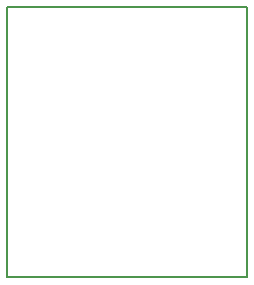
<source format=gbr>
G04 #@! TF.FileFunction,Profile,NP*
%FSLAX46Y46*%
G04 Gerber Fmt 4.6, Leading zero omitted, Abs format (unit mm)*
G04 Created by KiCad (PCBNEW (2016-02-24 BZR 6585, Git 0829446)-product) date 3/15/2016 7:35:22 AM*
%MOMM*%
G01*
G04 APERTURE LIST*
%ADD10C,0.100000*%
%ADD11C,0.150000*%
G04 APERTURE END LIST*
D10*
D11*
X147320000Y-63500000D02*
X147320000Y-86360000D01*
X167640000Y-63500000D02*
X147320000Y-63500000D01*
X167640000Y-86360000D02*
X167640000Y-63500000D01*
X147320000Y-86360000D02*
X167640000Y-86360000D01*
M02*

</source>
